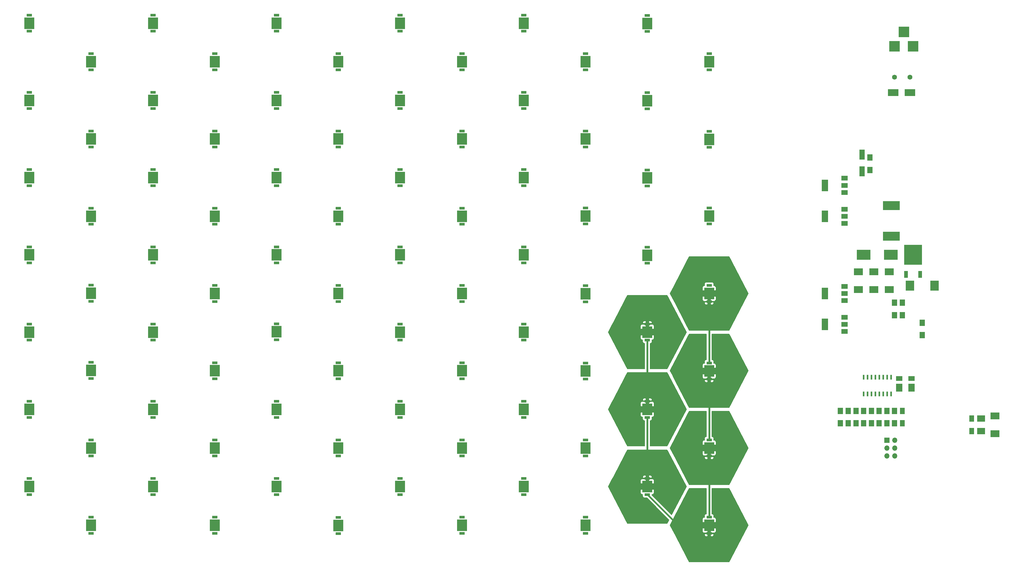
<source format=gbr>
G04 #@! TF.GenerationSoftware,KiCad,Pcbnew,(5.0.2)-1*
G04 #@! TF.CreationDate,2019-05-02T22:28:12+03:00*
G04 #@! TF.ProjectId,uv-lamp,75762d6c-616d-4702-9e6b-696361645f70,rev?*
G04 #@! TF.SameCoordinates,Original*
G04 #@! TF.FileFunction,Copper,L2,Bot*
G04 #@! TF.FilePolarity,Positive*
%FSLAX46Y46*%
G04 Gerber Fmt 4.6, Leading zero omitted, Abs format (unit mm)*
G04 Created by KiCad (PCBNEW (5.0.2)-1) date 02-May-19 22:28:12*
%MOMM*%
%LPD*%
G01*
G04 APERTURE LIST*
G04 #@! TA.AperFunction,SMDPad,CuDef*
%ADD10R,1.600000X2.000000*%
G04 #@! TD*
G04 #@! TA.AperFunction,SMDPad,CuDef*
%ADD11R,2.000000X1.600000*%
G04 #@! TD*
G04 #@! TA.AperFunction,SMDPad,CuDef*
%ADD12R,3.000000X2.200000*%
G04 #@! TD*
G04 #@! TA.AperFunction,SMDPad,CuDef*
%ADD13R,2.000000X2.500000*%
G04 #@! TD*
G04 #@! TA.AperFunction,SMDPad,CuDef*
%ADD14R,2.500000X2.000000*%
G04 #@! TD*
G04 #@! TA.AperFunction,SMDPad,CuDef*
%ADD15R,3.500000X2.300000*%
G04 #@! TD*
G04 #@! TA.AperFunction,SMDPad,CuDef*
%ADD16R,1.700000X3.300000*%
G04 #@! TD*
G04 #@! TA.AperFunction,SMDPad,CuDef*
%ADD17R,4.500000X3.300000*%
G04 #@! TD*
G04 #@! TA.AperFunction,SMDPad,CuDef*
%ADD18R,1.800000X0.900000*%
G04 #@! TD*
G04 #@! TA.AperFunction,Conductor*
%ADD19R,3.200000X3.800000*%
G04 #@! TD*
G04 #@! TA.AperFunction,ComponentPad*
%ADD20C,1.600000*%
G04 #@! TD*
G04 #@! TA.AperFunction,ComponentPad*
%ADD21O,1.700000X1.700000*%
G04 #@! TD*
G04 #@! TA.AperFunction,ComponentPad*
%ADD22R,1.700000X1.700000*%
G04 #@! TD*
G04 #@! TA.AperFunction,ComponentPad*
%ADD23R,3.500000X3.500000*%
G04 #@! TD*
G04 #@! TA.AperFunction,SMDPad,CuDef*
%ADD24R,5.400000X2.900000*%
G04 #@! TD*
G04 #@! TA.AperFunction,SMDPad,CuDef*
%ADD25R,2.000000X3.800000*%
G04 #@! TD*
G04 #@! TA.AperFunction,SMDPad,CuDef*
%ADD26R,2.000000X1.500000*%
G04 #@! TD*
G04 #@! TA.AperFunction,SMDPad,CuDef*
%ADD27R,2.750000X3.050000*%
G04 #@! TD*
G04 #@! TA.AperFunction,SMDPad,CuDef*
%ADD28R,5.800000X6.400000*%
G04 #@! TD*
G04 #@! TA.AperFunction,SMDPad,CuDef*
%ADD29R,1.200000X2.200000*%
G04 #@! TD*
G04 #@! TA.AperFunction,SMDPad,CuDef*
%ADD30R,1.700000X2.000000*%
G04 #@! TD*
G04 #@! TA.AperFunction,SMDPad,CuDef*
%ADD31R,2.700000X3.200000*%
G04 #@! TD*
G04 #@! TA.AperFunction,SMDPad,CuDef*
%ADD32R,0.600000X1.500000*%
G04 #@! TD*
G04 #@! TA.AperFunction,Conductor*
%ADD33C,0.600000*%
G04 #@! TD*
G04 #@! TA.AperFunction,Conductor*
%ADD34C,0.200000*%
G04 #@! TD*
G04 APERTURE END LIST*
D10*
G04 #@! TO.P,C1,2*
G04 #@! TO.N,GND*
X302500000Y-150500000D03*
G04 #@! TO.P,C1,1*
G04 #@! TO.N,Net-(C1-Pad1)*
X302500000Y-154500000D03*
G04 #@! TD*
D11*
G04 #@! TO.P,C2,2*
G04 #@! TO.N,GND*
X305500000Y-140000000D03*
G04 #@! TO.P,C2,1*
G04 #@! TO.N,/SMPS/VREG*
X301500000Y-140000000D03*
G04 #@! TD*
D10*
G04 #@! TO.P,C3,1*
G04 #@! TO.N,+12V*
X325000000Y-157000000D03*
G04 #@! TO.P,C3,2*
G04 #@! TO.N,GND*
X325000000Y-153000000D03*
G04 #@! TD*
D12*
G04 #@! TO.P,C4,1*
G04 #@! TO.N,/LED/A*
X293327878Y-105462084D03*
G04 #@! TO.P,C4,2*
G04 #@! TO.N,GND*
X293327878Y-111262084D03*
G04 #@! TD*
D13*
G04 #@! TO.P,C5,2*
G04 #@! TO.N,/SMPS/VREG*
X301500000Y-143000000D03*
G04 #@! TO.P,C5,1*
G04 #@! TO.N,GND*
X305500000Y-143000000D03*
G04 #@! TD*
D14*
G04 #@! TO.P,C6,1*
G04 #@! TO.N,+12V*
X328000000Y-157000000D03*
G04 #@! TO.P,C6,2*
G04 #@! TO.N,GND*
X328000000Y-153000000D03*
G04 #@! TD*
D12*
G04 #@! TO.P,C7,2*
G04 #@! TO.N,GND*
X298327878Y-111262084D03*
G04 #@! TO.P,C7,1*
G04 #@! TO.N,/LED/A*
X298327878Y-105462084D03*
G04 #@! TD*
G04 #@! TO.P,C8,2*
G04 #@! TO.N,GND*
X332500000Y-152100000D03*
G04 #@! TO.P,C8,1*
G04 #@! TO.N,+12V*
X332500000Y-157900000D03*
G04 #@! TD*
G04 #@! TO.P,C9,1*
G04 #@! TO.N,/LED/A*
X288327878Y-105462084D03*
G04 #@! TO.P,C9,2*
G04 #@! TO.N,GND*
X288327878Y-111262084D03*
G04 #@! TD*
D15*
G04 #@! TO.P,D1,2*
G04 #@! TO.N,GND*
X299600000Y-47500000D03*
G04 #@! TO.P,D1,1*
G04 #@! TO.N,+12V*
X305000000Y-47500000D03*
G04 #@! TD*
D16*
G04 #@! TO.P,D2,2*
G04 #@! TO.N,GND*
X289500000Y-67500000D03*
G04 #@! TO.P,D2,1*
G04 #@! TO.N,Net-(D2-Pad1)*
X289500000Y-73000000D03*
G04 #@! TD*
D17*
G04 #@! TO.P,D3,2*
G04 #@! TO.N,Net-(D3-Pad2)*
X298800000Y-100000000D03*
G04 #@! TO.P,D3,1*
G04 #@! TO.N,/LED/A*
X290000000Y-100000000D03*
G04 #@! TD*
D18*
G04 #@! TO.P,D4,1*
G04 #@! TO.N,Net-(D4-Pad1)*
X120000000Y-84900000D03*
G04 #@! TO.P,D4,2*
G04 #@! TO.N,/LED/A*
X120000000Y-90100000D03*
D19*
G04 #@! TD*
G04 #@! TO.N,/LED/A*
G04 #@! TO.C,D4*
X120000000Y-87500000D03*
D18*
G04 #@! TO.P,D5,1*
G04 #@! TO.N,Net-(D5-Pad1)*
X140000000Y-97400000D03*
G04 #@! TO.P,D5,2*
G04 #@! TO.N,/LED/A*
X140000000Y-102600000D03*
D19*
G04 #@! TD*
G04 #@! TO.N,/LED/A*
G04 #@! TO.C,D5*
X140000000Y-100000000D03*
G04 #@! TO.N,/LED/A*
G04 #@! TO.C,D6*
X140000000Y-125000000D03*
D18*
G04 #@! TD*
G04 #@! TO.P,D6,2*
G04 #@! TO.N,/LED/A*
X140000000Y-122400000D03*
G04 #@! TO.P,D6,1*
G04 #@! TO.N,Net-(D10-Pad2)*
X140000000Y-127600000D03*
G04 #@! TD*
G04 #@! TO.P,D7,1*
G04 #@! TO.N,Net-(D11-Pad2)*
X120000000Y-115100000D03*
G04 #@! TO.P,D7,2*
G04 #@! TO.N,/LED/A*
X120000000Y-109900000D03*
D19*
G04 #@! TD*
G04 #@! TO.N,/LED/A*
G04 #@! TO.C,D7*
X120000000Y-112500000D03*
G04 #@! TO.N,Net-(D4-Pad1)*
G04 #@! TO.C,D8*
X120000000Y-62500000D03*
D18*
G04 #@! TD*
G04 #@! TO.P,D8,2*
G04 #@! TO.N,Net-(D4-Pad1)*
X120000000Y-65100000D03*
G04 #@! TO.P,D8,1*
G04 #@! TO.N,Net-(D12-Pad2)*
X120000000Y-59900000D03*
G04 #@! TD*
D19*
G04 #@! TO.N,Net-(D5-Pad1)*
G04 #@! TO.C,D9*
X140000000Y-75000000D03*
D18*
G04 #@! TD*
G04 #@! TO.P,D9,2*
G04 #@! TO.N,Net-(D5-Pad1)*
X140000000Y-77600000D03*
G04 #@! TO.P,D9,1*
G04 #@! TO.N,Net-(D13-Pad2)*
X140000000Y-72400000D03*
G04 #@! TD*
G04 #@! TO.P,D10,1*
G04 #@! TO.N,Net-(D10-Pad1)*
X140000000Y-152600000D03*
G04 #@! TO.P,D10,2*
G04 #@! TO.N,Net-(D10-Pad2)*
X140000000Y-147400000D03*
D19*
G04 #@! TD*
G04 #@! TO.N,Net-(D10-Pad2)*
G04 #@! TO.C,D10*
X140000000Y-150000000D03*
G04 #@! TO.N,Net-(D11-Pad2)*
G04 #@! TO.C,D11*
X120000000Y-137500000D03*
D18*
G04 #@! TD*
G04 #@! TO.P,D11,2*
G04 #@! TO.N,Net-(D11-Pad2)*
X120000000Y-134900000D03*
G04 #@! TO.P,D11,1*
G04 #@! TO.N,Net-(D11-Pad1)*
X120000000Y-140100000D03*
G04 #@! TD*
G04 #@! TO.P,D12,1*
G04 #@! TO.N,Net-(D12-Pad1)*
X120000000Y-34900000D03*
G04 #@! TO.P,D12,2*
G04 #@! TO.N,Net-(D12-Pad2)*
X120000000Y-40100000D03*
D19*
G04 #@! TD*
G04 #@! TO.N,Net-(D12-Pad2)*
G04 #@! TO.C,D12*
X120000000Y-37500000D03*
G04 #@! TO.N,Net-(D13-Pad2)*
G04 #@! TO.C,D13*
X140000000Y-50000000D03*
D18*
G04 #@! TD*
G04 #@! TO.P,D13,2*
G04 #@! TO.N,Net-(D13-Pad2)*
X140000000Y-52600000D03*
G04 #@! TO.P,D13,1*
G04 #@! TO.N,Net-(D13-Pad1)*
X140000000Y-47400000D03*
G04 #@! TD*
D19*
G04 #@! TO.N,Net-(D10-Pad1)*
G04 #@! TO.C,D14*
X140000000Y-175000000D03*
D18*
G04 #@! TD*
G04 #@! TO.P,D14,2*
G04 #@! TO.N,Net-(D10-Pad1)*
X140000000Y-172400000D03*
G04 #@! TO.P,D14,1*
G04 #@! TO.N,Net-(D14-Pad1)*
X140000000Y-177600000D03*
G04 #@! TD*
G04 #@! TO.P,D15,1*
G04 #@! TO.N,Net-(D15-Pad1)*
X120000000Y-165100000D03*
G04 #@! TO.P,D15,2*
G04 #@! TO.N,Net-(D11-Pad1)*
X120000000Y-159900000D03*
D19*
G04 #@! TD*
G04 #@! TO.N,Net-(D11-Pad1)*
G04 #@! TO.C,D15*
X120000000Y-162500000D03*
G04 #@! TO.N,Net-(D12-Pad1)*
G04 #@! TO.C,D16*
X100000000Y-25000000D03*
D18*
G04 #@! TD*
G04 #@! TO.P,D16,2*
G04 #@! TO.N,Net-(D12-Pad1)*
X100000000Y-22400000D03*
G04 #@! TO.P,D16,1*
G04 #@! TO.N,Net-(D16-Pad1)*
X100000000Y-27600000D03*
G04 #@! TD*
D19*
G04 #@! TO.N,Net-(D13-Pad1)*
G04 #@! TO.C,D17*
X140000000Y-25000000D03*
D18*
G04 #@! TD*
G04 #@! TO.P,D17,2*
G04 #@! TO.N,Net-(D13-Pad1)*
X140000000Y-27600000D03*
G04 #@! TO.P,D17,1*
G04 #@! TO.N,Net-(D17-Pad1)*
X140000000Y-22400000D03*
G04 #@! TD*
G04 #@! TO.P,D18,1*
G04 #@! TO.N,Net-(D18-Pad1)*
X160000000Y-184900000D03*
G04 #@! TO.P,D18,2*
G04 #@! TO.N,Net-(D14-Pad1)*
X160000000Y-190100000D03*
D19*
G04 #@! TD*
G04 #@! TO.N,Net-(D14-Pad1)*
G04 #@! TO.C,D18*
X160000000Y-187500000D03*
G04 #@! TO.N,Net-(D15-Pad1)*
G04 #@! TO.C,D19*
X120000000Y-187600000D03*
D18*
G04 #@! TD*
G04 #@! TO.P,D19,2*
G04 #@! TO.N,Net-(D15-Pad1)*
X120000000Y-185000000D03*
G04 #@! TO.P,D19,1*
G04 #@! TO.N,Net-(D19-Pad1)*
X120000000Y-190200000D03*
G04 #@! TD*
G04 #@! TO.P,D20,1*
G04 #@! TO.N,Net-(D20-Pad1)*
X100000000Y-52600000D03*
G04 #@! TO.P,D20,2*
G04 #@! TO.N,Net-(D16-Pad1)*
X100000000Y-47400000D03*
D19*
G04 #@! TD*
G04 #@! TO.N,Net-(D16-Pad1)*
G04 #@! TO.C,D20*
X100000000Y-50000000D03*
D18*
G04 #@! TO.P,D21,1*
G04 #@! TO.N,Net-(D21-Pad1)*
X160000000Y-40100000D03*
G04 #@! TO.P,D21,2*
G04 #@! TO.N,Net-(D17-Pad1)*
X160000000Y-34900000D03*
D19*
G04 #@! TD*
G04 #@! TO.N,Net-(D17-Pad1)*
G04 #@! TO.C,D21*
X160000000Y-37500000D03*
G04 #@! TO.N,Net-(D18-Pad1)*
G04 #@! TO.C,D22*
X160000000Y-162500000D03*
D18*
G04 #@! TD*
G04 #@! TO.P,D22,2*
G04 #@! TO.N,Net-(D18-Pad1)*
X160000000Y-165100000D03*
G04 #@! TO.P,D22,1*
G04 #@! TO.N,Net-(D22-Pad1)*
X160000000Y-159900000D03*
G04 #@! TD*
G04 #@! TO.P,D23,1*
G04 #@! TO.N,Net-(D23-Pad1)*
X100000000Y-172400000D03*
G04 #@! TO.P,D23,2*
G04 #@! TO.N,Net-(D19-Pad1)*
X100000000Y-177600000D03*
D19*
G04 #@! TD*
G04 #@! TO.N,Net-(D19-Pad1)*
G04 #@! TO.C,D23*
X100000000Y-175000000D03*
G04 #@! TO.N,Net-(D20-Pad1)*
G04 #@! TO.C,D24*
X100000000Y-75000000D03*
D18*
G04 #@! TD*
G04 #@! TO.P,D24,2*
G04 #@! TO.N,Net-(D20-Pad1)*
X100000000Y-72400000D03*
G04 #@! TO.P,D24,1*
G04 #@! TO.N,Net-(D24-Pad1)*
X100000000Y-77600000D03*
G04 #@! TD*
D19*
G04 #@! TO.N,Net-(D21-Pad1)*
G04 #@! TO.C,D25*
X160000000Y-62500000D03*
D18*
G04 #@! TD*
G04 #@! TO.P,D25,2*
G04 #@! TO.N,Net-(D21-Pad1)*
X160000000Y-59900000D03*
G04 #@! TO.P,D25,1*
G04 #@! TO.N,Net-(D25-Pad1)*
X160000000Y-65100000D03*
G04 #@! TD*
G04 #@! TO.P,D26,1*
G04 #@! TO.N,Net-(D26-Pad1)*
X160000000Y-134900000D03*
G04 #@! TO.P,D26,2*
G04 #@! TO.N,Net-(D22-Pad1)*
X160000000Y-140100000D03*
D19*
G04 #@! TD*
G04 #@! TO.N,Net-(D22-Pad1)*
G04 #@! TO.C,D26*
X160000000Y-137500000D03*
G04 #@! TO.N,Net-(D23-Pad1)*
G04 #@! TO.C,D27*
X100000000Y-150000000D03*
D18*
G04 #@! TD*
G04 #@! TO.P,D27,2*
G04 #@! TO.N,Net-(D23-Pad1)*
X100000000Y-152600000D03*
G04 #@! TO.P,D27,1*
G04 #@! TO.N,Net-(D27-Pad1)*
X100000000Y-147400000D03*
G04 #@! TD*
G04 #@! TO.P,D28,1*
G04 #@! TO.N,Net-(D28-Pad1)*
X100000000Y-102600000D03*
G04 #@! TO.P,D28,2*
G04 #@! TO.N,Net-(D24-Pad1)*
X100000000Y-97400000D03*
D19*
G04 #@! TD*
G04 #@! TO.N,Net-(D24-Pad1)*
G04 #@! TO.C,D28*
X100000000Y-100000000D03*
D18*
G04 #@! TO.P,D29,1*
G04 #@! TO.N,Net-(D29-Pad1)*
X160000000Y-90100000D03*
G04 #@! TO.P,D29,2*
G04 #@! TO.N,Net-(D25-Pad1)*
X160000000Y-84900000D03*
D19*
G04 #@! TD*
G04 #@! TO.N,Net-(D25-Pad1)*
G04 #@! TO.C,D29*
X160000000Y-87500000D03*
G04 #@! TO.N,Net-(D26-Pad1)*
G04 #@! TO.C,D30*
X160000000Y-112500000D03*
D18*
G04 #@! TD*
G04 #@! TO.P,D30,2*
G04 #@! TO.N,Net-(D26-Pad1)*
X160000000Y-115100000D03*
G04 #@! TO.P,D30,1*
G04 #@! TO.N,Net-(D30-Pad1)*
X160000000Y-109900000D03*
G04 #@! TD*
G04 #@! TO.P,D31,1*
G04 #@! TO.N,Net-(D31-Pad1)*
X100000000Y-122300000D03*
G04 #@! TO.P,D31,2*
G04 #@! TO.N,Net-(D27-Pad1)*
X100000000Y-127500000D03*
D19*
G04 #@! TD*
G04 #@! TO.N,Net-(D27-Pad1)*
G04 #@! TO.C,D31*
X100000000Y-124900000D03*
G04 #@! TO.N,Net-(D28-Pad1)*
G04 #@! TO.C,D32*
X80000000Y-87500000D03*
D18*
G04 #@! TD*
G04 #@! TO.P,D32,2*
G04 #@! TO.N,Net-(D28-Pad1)*
X80000000Y-90100000D03*
G04 #@! TO.P,D32,1*
G04 #@! TO.N,Net-(D32-Pad1)*
X80000000Y-84900000D03*
G04 #@! TD*
D19*
G04 #@! TO.N,Net-(D29-Pad1)*
G04 #@! TO.C,D33*
X180000000Y-100000000D03*
D18*
G04 #@! TD*
G04 #@! TO.P,D33,2*
G04 #@! TO.N,Net-(D29-Pad1)*
X180000000Y-102600000D03*
G04 #@! TO.P,D33,1*
G04 #@! TO.N,Net-(D33-Pad1)*
X180000000Y-97400000D03*
G04 #@! TD*
G04 #@! TO.P,D34,1*
G04 #@! TO.N,Net-(D34-Pad1)*
X180000000Y-127600000D03*
G04 #@! TO.P,D34,2*
G04 #@! TO.N,Net-(D30-Pad1)*
X180000000Y-122400000D03*
D19*
G04 #@! TD*
G04 #@! TO.N,Net-(D30-Pad1)*
G04 #@! TO.C,D34*
X180000000Y-125000000D03*
G04 #@! TO.N,Net-(D31-Pad1)*
G04 #@! TO.C,D35*
X80000000Y-112500000D03*
D18*
G04 #@! TD*
G04 #@! TO.P,D35,2*
G04 #@! TO.N,Net-(D31-Pad1)*
X80000000Y-109900000D03*
G04 #@! TO.P,D35,1*
G04 #@! TO.N,Net-(D35-Pad1)*
X80000000Y-115100000D03*
G04 #@! TD*
G04 #@! TO.P,D36,1*
G04 #@! TO.N,Net-(D36-Pad1)*
X80000000Y-59900000D03*
G04 #@! TO.P,D36,2*
G04 #@! TO.N,Net-(D32-Pad1)*
X80000000Y-65100000D03*
D19*
G04 #@! TD*
G04 #@! TO.N,Net-(D32-Pad1)*
G04 #@! TO.C,D36*
X80000000Y-62500000D03*
D18*
G04 #@! TO.P,D37,1*
G04 #@! TO.N,Net-(D37-Pad1)*
X180000000Y-72400000D03*
G04 #@! TO.P,D37,2*
G04 #@! TO.N,Net-(D33-Pad1)*
X180000000Y-77600000D03*
D19*
G04 #@! TD*
G04 #@! TO.N,Net-(D33-Pad1)*
G04 #@! TO.C,D37*
X180000000Y-75000000D03*
D18*
G04 #@! TO.P,D38,1*
G04 #@! TO.N,Net-(D38-Pad1)*
X180000000Y-152600000D03*
G04 #@! TO.P,D38,2*
G04 #@! TO.N,Net-(D34-Pad1)*
X180000000Y-147400000D03*
D19*
G04 #@! TD*
G04 #@! TO.N,Net-(D34-Pad1)*
G04 #@! TO.C,D38*
X180000000Y-150000000D03*
D18*
G04 #@! TO.P,D39,1*
G04 #@! TO.N,Net-(D39-Pad1)*
X80000000Y-140100000D03*
G04 #@! TO.P,D39,2*
G04 #@! TO.N,Net-(D35-Pad1)*
X80000000Y-134900000D03*
D19*
G04 #@! TD*
G04 #@! TO.N,Net-(D35-Pad1)*
G04 #@! TO.C,D39*
X80000000Y-137500000D03*
G04 #@! TO.N,Net-(D36-Pad1)*
G04 #@! TO.C,D40*
X80000000Y-37500000D03*
D18*
G04 #@! TD*
G04 #@! TO.P,D40,2*
G04 #@! TO.N,Net-(D36-Pad1)*
X80000000Y-40100000D03*
G04 #@! TO.P,D40,1*
G04 #@! TO.N,Net-(D40-Pad1)*
X80000000Y-34900000D03*
G04 #@! TD*
D19*
G04 #@! TO.N,Net-(D37-Pad1)*
G04 #@! TO.C,D41*
X180000000Y-50000000D03*
D18*
G04 #@! TD*
G04 #@! TO.P,D41,2*
G04 #@! TO.N,Net-(D37-Pad1)*
X180000000Y-52600000D03*
G04 #@! TO.P,D41,1*
G04 #@! TO.N,Net-(D41-Pad1)*
X180000000Y-47400000D03*
G04 #@! TD*
G04 #@! TO.P,D42,1*
G04 #@! TO.N,Net-(D42-Pad1)*
X180000000Y-177600000D03*
G04 #@! TO.P,D42,2*
G04 #@! TO.N,Net-(D38-Pad1)*
X180000000Y-172400000D03*
D19*
G04 #@! TD*
G04 #@! TO.N,Net-(D38-Pad1)*
G04 #@! TO.C,D42*
X180000000Y-175000000D03*
G04 #@! TO.N,Net-(D39-Pad1)*
G04 #@! TO.C,D43*
X80000000Y-162500000D03*
D18*
G04 #@! TD*
G04 #@! TO.P,D43,2*
G04 #@! TO.N,Net-(D39-Pad1)*
X80000000Y-159900000D03*
G04 #@! TO.P,D43,1*
G04 #@! TO.N,Net-(D43-Pad1)*
X80000000Y-165100000D03*
G04 #@! TD*
G04 #@! TO.P,D44,1*
G04 #@! TO.N,Net-(D44-Pad1)*
X60000000Y-27600000D03*
G04 #@! TO.P,D44,2*
G04 #@! TO.N,Net-(D40-Pad1)*
X60000000Y-22400000D03*
D19*
G04 #@! TD*
G04 #@! TO.N,Net-(D40-Pad1)*
G04 #@! TO.C,D44*
X60000000Y-25000000D03*
D18*
G04 #@! TO.P,D45,1*
G04 #@! TO.N,Net-(D45-Pad1)*
X180000000Y-22400000D03*
G04 #@! TO.P,D45,2*
G04 #@! TO.N,Net-(D41-Pad1)*
X180000000Y-27600000D03*
D19*
G04 #@! TD*
G04 #@! TO.N,Net-(D41-Pad1)*
G04 #@! TO.C,D45*
X180000000Y-25000000D03*
G04 #@! TO.N,Net-(D42-Pad1)*
G04 #@! TO.C,D46*
X200000000Y-187500000D03*
D18*
G04 #@! TD*
G04 #@! TO.P,D46,2*
G04 #@! TO.N,Net-(D42-Pad1)*
X200000000Y-190100000D03*
G04 #@! TO.P,D46,1*
G04 #@! TO.N,Net-(D46-Pad1)*
X200000000Y-184900000D03*
G04 #@! TD*
G04 #@! TO.P,D47,1*
G04 #@! TO.N,Net-(D47-Pad1)*
X80000000Y-190100000D03*
G04 #@! TO.P,D47,2*
G04 #@! TO.N,Net-(D43-Pad1)*
X80000000Y-184900000D03*
D19*
G04 #@! TD*
G04 #@! TO.N,Net-(D43-Pad1)*
G04 #@! TO.C,D47*
X80000000Y-187500000D03*
G04 #@! TO.N,Net-(D44-Pad1)*
G04 #@! TO.C,D48*
X60000000Y-50000000D03*
D18*
G04 #@! TD*
G04 #@! TO.P,D48,2*
G04 #@! TO.N,Net-(D44-Pad1)*
X60000000Y-47400000D03*
G04 #@! TO.P,D48,1*
G04 #@! TO.N,Net-(D48-Pad1)*
X60000000Y-52600000D03*
G04 #@! TD*
D19*
G04 #@! TO.N,Net-(D45-Pad1)*
G04 #@! TO.C,D49*
X200000000Y-37500000D03*
D18*
G04 #@! TD*
G04 #@! TO.P,D49,2*
G04 #@! TO.N,Net-(D45-Pad1)*
X200000000Y-34900000D03*
G04 #@! TO.P,D49,1*
G04 #@! TO.N,Net-(D49-Pad1)*
X200000000Y-40100000D03*
G04 #@! TD*
G04 #@! TO.P,D50,1*
G04 #@! TO.N,Net-(D50-Pad1)*
X200000000Y-159900000D03*
G04 #@! TO.P,D50,2*
G04 #@! TO.N,Net-(D46-Pad1)*
X200000000Y-165100000D03*
D19*
G04 #@! TD*
G04 #@! TO.N,Net-(D46-Pad1)*
G04 #@! TO.C,D50*
X200000000Y-162500000D03*
G04 #@! TO.N,Net-(D47-Pad1)*
G04 #@! TO.C,D51*
X60000000Y-175000000D03*
D18*
G04 #@! TD*
G04 #@! TO.P,D51,2*
G04 #@! TO.N,Net-(D47-Pad1)*
X60000000Y-172400000D03*
G04 #@! TO.P,D51,1*
G04 #@! TO.N,Net-(D51-Pad1)*
X60000000Y-177600000D03*
G04 #@! TD*
G04 #@! TO.P,D52,1*
G04 #@! TO.N,Net-(D52-Pad1)*
X60000000Y-77600000D03*
G04 #@! TO.P,D52,2*
G04 #@! TO.N,Net-(D48-Pad1)*
X60000000Y-72400000D03*
D19*
G04 #@! TD*
G04 #@! TO.N,Net-(D48-Pad1)*
G04 #@! TO.C,D52*
X60000000Y-75000000D03*
D18*
G04 #@! TO.P,D53,1*
G04 #@! TO.N,Net-(D53-Pad1)*
X200000000Y-65100000D03*
G04 #@! TO.P,D53,2*
G04 #@! TO.N,Net-(D49-Pad1)*
X200000000Y-59900000D03*
D19*
G04 #@! TD*
G04 #@! TO.N,Net-(D49-Pad1)*
G04 #@! TO.C,D53*
X200000000Y-62500000D03*
G04 #@! TO.N,Net-(D50-Pad1)*
G04 #@! TO.C,D54*
X200000000Y-137600000D03*
D18*
G04 #@! TD*
G04 #@! TO.P,D54,2*
G04 #@! TO.N,Net-(D50-Pad1)*
X200000000Y-140200000D03*
G04 #@! TO.P,D54,1*
G04 #@! TO.N,Net-(D54-Pad1)*
X200000000Y-135000000D03*
G04 #@! TD*
G04 #@! TO.P,D55,1*
G04 #@! TO.N,Net-(D55-Pad1)*
X60000000Y-147400000D03*
G04 #@! TO.P,D55,2*
G04 #@! TO.N,Net-(D51-Pad1)*
X60000000Y-152600000D03*
D19*
G04 #@! TD*
G04 #@! TO.N,Net-(D51-Pad1)*
G04 #@! TO.C,D55*
X60000000Y-150000000D03*
G04 #@! TO.N,Net-(D52-Pad1)*
G04 #@! TO.C,D56*
X60000000Y-100000000D03*
D18*
G04 #@! TD*
G04 #@! TO.P,D56,2*
G04 #@! TO.N,Net-(D52-Pad1)*
X60000000Y-97400000D03*
G04 #@! TO.P,D56,1*
G04 #@! TO.N,Net-(D56-Pad1)*
X60000000Y-102600000D03*
G04 #@! TD*
D19*
G04 #@! TO.N,Net-(D53-Pad1)*
G04 #@! TO.C,D57*
X200000000Y-87400000D03*
D18*
G04 #@! TD*
G04 #@! TO.P,D57,2*
G04 #@! TO.N,Net-(D53-Pad1)*
X200000000Y-84800000D03*
G04 #@! TO.P,D57,1*
G04 #@! TO.N,Net-(D57-Pad1)*
X200000000Y-90000000D03*
G04 #@! TD*
G04 #@! TO.P,D58,1*
G04 #@! TO.N,Net-(D58-Pad1)*
X200000000Y-110000000D03*
G04 #@! TO.P,D58,2*
G04 #@! TO.N,Net-(D54-Pad1)*
X200000000Y-115200000D03*
D19*
G04 #@! TD*
G04 #@! TO.N,Net-(D54-Pad1)*
G04 #@! TO.C,D58*
X200000000Y-112600000D03*
G04 #@! TO.N,Net-(D55-Pad1)*
G04 #@! TO.C,D59*
X60000000Y-125000000D03*
D18*
G04 #@! TD*
G04 #@! TO.P,D59,2*
G04 #@! TO.N,Net-(D55-Pad1)*
X60000000Y-127600000D03*
G04 #@! TO.P,D59,1*
G04 #@! TO.N,Net-(D59-Pad1)*
X60000000Y-122400000D03*
G04 #@! TD*
G04 #@! TO.P,D60,1*
G04 #@! TO.N,Net-(D60-Pad1)*
X40000000Y-84900000D03*
G04 #@! TO.P,D60,2*
G04 #@! TO.N,Net-(D56-Pad1)*
X40000000Y-90100000D03*
D19*
G04 #@! TD*
G04 #@! TO.N,Net-(D56-Pad1)*
G04 #@! TO.C,D60*
X40000000Y-87500000D03*
D18*
G04 #@! TO.P,D61,1*
G04 #@! TO.N,Net-(D61-Pad1)*
X220000000Y-97500000D03*
G04 #@! TO.P,D61,2*
G04 #@! TO.N,Net-(D57-Pad1)*
X220000000Y-102700000D03*
D19*
G04 #@! TD*
G04 #@! TO.N,Net-(D57-Pad1)*
G04 #@! TO.C,D61*
X220000000Y-100100000D03*
G04 #@! TO.N,Net-(D58-Pad1)*
G04 #@! TO.C,D62*
X220000000Y-125000000D03*
D18*
G04 #@! TD*
G04 #@! TO.P,D62,2*
G04 #@! TO.N,Net-(D58-Pad1)*
X220000000Y-122400000D03*
G04 #@! TO.P,D62,1*
G04 #@! TO.N,Net-(D62-Pad1)*
X220000000Y-127600000D03*
G04 #@! TD*
D19*
G04 #@! TO.N,Net-(D59-Pad1)*
G04 #@! TO.C,D63*
X40000000Y-112400000D03*
D18*
G04 #@! TD*
G04 #@! TO.P,D63,2*
G04 #@! TO.N,Net-(D59-Pad1)*
X40000000Y-109800000D03*
G04 #@! TO.P,D63,1*
G04 #@! TO.N,Net-(D63-Pad1)*
X40000000Y-115000000D03*
G04 #@! TD*
D19*
G04 #@! TO.N,Net-(D60-Pad1)*
G04 #@! TO.C,D64*
X40000000Y-62500000D03*
D18*
G04 #@! TD*
G04 #@! TO.P,D64,2*
G04 #@! TO.N,Net-(D60-Pad1)*
X40000000Y-65100000D03*
G04 #@! TO.P,D64,1*
G04 #@! TO.N,Net-(D64-Pad1)*
X40000000Y-59900000D03*
G04 #@! TD*
D19*
G04 #@! TO.N,Net-(D61-Pad1)*
G04 #@! TO.C,D65*
X220000000Y-75100000D03*
D18*
G04 #@! TD*
G04 #@! TO.P,D65,2*
G04 #@! TO.N,Net-(D61-Pad1)*
X220000000Y-77700000D03*
G04 #@! TO.P,D65,1*
G04 #@! TO.N,Net-(D65-Pad1)*
X220000000Y-72500000D03*
G04 #@! TD*
G04 #@! TO.P,D66,1*
G04 #@! TO.N,Net-(D66-Pad1)*
X220000000Y-152600000D03*
G04 #@! TO.P,D66,2*
G04 #@! TO.N,Net-(D62-Pad1)*
X220000000Y-147400000D03*
D19*
G04 #@! TD*
G04 #@! TO.N,Net-(D62-Pad1)*
G04 #@! TO.C,D66*
X220000000Y-150000000D03*
G04 #@! TO.N,Net-(D63-Pad1)*
G04 #@! TO.C,D67*
X40000000Y-137400000D03*
D18*
G04 #@! TD*
G04 #@! TO.P,D67,2*
G04 #@! TO.N,Net-(D63-Pad1)*
X40000000Y-134800000D03*
G04 #@! TO.P,D67,1*
G04 #@! TO.N,Net-(D67-Pad1)*
X40000000Y-140000000D03*
G04 #@! TD*
G04 #@! TO.P,D68,1*
G04 #@! TO.N,Net-(D68-Pad1)*
X40000000Y-34900000D03*
G04 #@! TO.P,D68,2*
G04 #@! TO.N,Net-(D64-Pad1)*
X40000000Y-40100000D03*
D19*
G04 #@! TD*
G04 #@! TO.N,Net-(D64-Pad1)*
G04 #@! TO.C,D68*
X40000000Y-37500000D03*
D18*
G04 #@! TO.P,D69,1*
G04 #@! TO.N,Net-(D69-Pad1)*
X220000000Y-47500000D03*
G04 #@! TO.P,D69,2*
G04 #@! TO.N,Net-(D65-Pad1)*
X220000000Y-52700000D03*
D19*
G04 #@! TD*
G04 #@! TO.N,Net-(D65-Pad1)*
G04 #@! TO.C,D69*
X220000000Y-50100000D03*
G04 #@! TO.N,Net-(D66-Pad1)*
G04 #@! TO.C,D70*
X220000000Y-175000000D03*
D18*
G04 #@! TD*
G04 #@! TO.P,D70,2*
G04 #@! TO.N,Net-(D66-Pad1)*
X220000000Y-172400000D03*
G04 #@! TO.P,D70,1*
G04 #@! TO.N,Net-(D70-Pad1)*
X220000000Y-177600000D03*
G04 #@! TD*
G04 #@! TO.P,D71,1*
G04 #@! TO.N,Net-(D71-Pad1)*
X40000000Y-165100000D03*
G04 #@! TO.P,D71,2*
G04 #@! TO.N,Net-(D67-Pad1)*
X40000000Y-159900000D03*
D19*
G04 #@! TD*
G04 #@! TO.N,Net-(D67-Pad1)*
G04 #@! TO.C,D71*
X40000000Y-162500000D03*
G04 #@! TO.N,Net-(D68-Pad1)*
G04 #@! TO.C,D72*
X20000000Y-25000000D03*
D18*
G04 #@! TD*
G04 #@! TO.P,D72,2*
G04 #@! TO.N,Net-(D68-Pad1)*
X20000000Y-22400000D03*
G04 #@! TO.P,D72,1*
G04 #@! TO.N,Net-(D72-Pad1)*
X20000000Y-27600000D03*
G04 #@! TD*
G04 #@! TO.P,D73,1*
G04 #@! TO.N,Net-(D73-Pad1)*
X220000000Y-22500000D03*
G04 #@! TO.P,D73,2*
G04 #@! TO.N,Net-(D69-Pad1)*
X220000000Y-27700000D03*
D19*
G04 #@! TD*
G04 #@! TO.N,Net-(D69-Pad1)*
G04 #@! TO.C,D73*
X220000000Y-25100000D03*
D18*
G04 #@! TO.P,D74,1*
G04 #@! TO.N,Net-(D74-Pad1)*
X240000000Y-184900000D03*
G04 #@! TO.P,D74,2*
G04 #@! TO.N,Net-(D70-Pad1)*
X240000000Y-190100000D03*
D19*
G04 #@! TD*
G04 #@! TO.N,Net-(D70-Pad1)*
G04 #@! TO.C,D74*
X240000000Y-187500000D03*
G04 #@! TO.N,Net-(D71-Pad1)*
G04 #@! TO.C,D75*
X40000000Y-187500000D03*
D18*
G04 #@! TD*
G04 #@! TO.P,D75,2*
G04 #@! TO.N,Net-(D71-Pad1)*
X40000000Y-184900000D03*
G04 #@! TO.P,D75,1*
G04 #@! TO.N,Net-(D75-Pad1)*
X40000000Y-190100000D03*
G04 #@! TD*
G04 #@! TO.P,D76,1*
G04 #@! TO.N,Net-(D76-Pad1)*
X20000000Y-52600000D03*
G04 #@! TO.P,D76,2*
G04 #@! TO.N,Net-(D72-Pad1)*
X20000000Y-47400000D03*
D19*
G04 #@! TD*
G04 #@! TO.N,Net-(D72-Pad1)*
G04 #@! TO.C,D76*
X20000000Y-50000000D03*
G04 #@! TO.N,Net-(D73-Pad1)*
G04 #@! TO.C,D77*
X240000000Y-37500000D03*
D18*
G04 #@! TD*
G04 #@! TO.P,D77,2*
G04 #@! TO.N,Net-(D73-Pad1)*
X240000000Y-34900000D03*
G04 #@! TO.P,D77,1*
G04 #@! TO.N,Net-(D77-Pad1)*
X240000000Y-40100000D03*
G04 #@! TD*
D19*
G04 #@! TO.N,Net-(D74-Pad1)*
G04 #@! TO.C,D78*
X240000000Y-162500000D03*
D18*
G04 #@! TD*
G04 #@! TO.P,D78,2*
G04 #@! TO.N,Net-(D74-Pad1)*
X240000000Y-165100000D03*
G04 #@! TO.P,D78,1*
G04 #@! TO.N,Net-(D78-Pad1)*
X240000000Y-159900000D03*
G04 #@! TD*
G04 #@! TO.P,D79,1*
G04 #@! TO.N,Net-(D79-Pad1)*
X20000000Y-172400000D03*
G04 #@! TO.P,D79,2*
G04 #@! TO.N,Net-(D75-Pad1)*
X20000000Y-177600000D03*
D19*
G04 #@! TD*
G04 #@! TO.N,Net-(D75-Pad1)*
G04 #@! TO.C,D79*
X20000000Y-175000000D03*
G04 #@! TO.N,Net-(D76-Pad1)*
G04 #@! TO.C,D80*
X20000000Y-75000000D03*
D18*
G04 #@! TD*
G04 #@! TO.P,D80,2*
G04 #@! TO.N,Net-(D76-Pad1)*
X20000000Y-72400000D03*
G04 #@! TO.P,D80,1*
G04 #@! TO.N,Net-(D80-Pad1)*
X20000000Y-77600000D03*
G04 #@! TD*
G04 #@! TO.P,D81,1*
G04 #@! TO.N,Net-(D81-Pad1)*
X240000000Y-60000000D03*
G04 #@! TO.P,D81,2*
G04 #@! TO.N,Net-(D77-Pad1)*
X240000000Y-65200000D03*
D19*
G04 #@! TD*
G04 #@! TO.N,Net-(D77-Pad1)*
G04 #@! TO.C,D81*
X240000000Y-62600000D03*
D18*
G04 #@! TO.P,D82,1*
G04 #@! TO.N,Net-(D82-Pad1)*
X240000000Y-135000000D03*
G04 #@! TO.P,D82,2*
G04 #@! TO.N,Net-(D78-Pad1)*
X240000000Y-140200000D03*
D19*
G04 #@! TD*
G04 #@! TO.N,Net-(D78-Pad1)*
G04 #@! TO.C,D82*
X240000000Y-137600000D03*
G04 #@! TO.N,Net-(D79-Pad1)*
G04 #@! TO.C,D83*
X20000000Y-150000000D03*
D18*
G04 #@! TD*
G04 #@! TO.P,D83,2*
G04 #@! TO.N,Net-(D79-Pad1)*
X20000000Y-152600000D03*
G04 #@! TO.P,D83,1*
G04 #@! TO.N,Net-(D83-Pad1)*
X20000000Y-147400000D03*
G04 #@! TD*
G04 #@! TO.P,D84,1*
G04 #@! TO.N,/LED/C1*
X20000000Y-102600000D03*
G04 #@! TO.P,D84,2*
G04 #@! TO.N,Net-(D80-Pad1)*
X20000000Y-97400000D03*
D19*
G04 #@! TD*
G04 #@! TO.N,Net-(D80-Pad1)*
G04 #@! TO.C,D84*
X20000000Y-100000000D03*
G04 #@! TO.N,Net-(D81-Pad1)*
G04 #@! TO.C,D85*
X240000000Y-87400000D03*
D18*
G04 #@! TD*
G04 #@! TO.P,D85,2*
G04 #@! TO.N,Net-(D81-Pad1)*
X240000000Y-84800000D03*
G04 #@! TO.P,D85,1*
G04 #@! TO.N,/LED/C2*
X240000000Y-90000000D03*
G04 #@! TD*
D19*
G04 #@! TO.N,Net-(D82-Pad1)*
G04 #@! TO.C,D86*
X240000000Y-112500000D03*
D18*
G04 #@! TD*
G04 #@! TO.P,D86,2*
G04 #@! TO.N,Net-(D82-Pad1)*
X240000000Y-115100000D03*
G04 #@! TO.P,D86,1*
G04 #@! TO.N,/LED/C3*
X240000000Y-109900000D03*
G04 #@! TD*
G04 #@! TO.P,D87,1*
G04 #@! TO.N,/LED/C4*
X20000000Y-122400000D03*
G04 #@! TO.P,D87,2*
G04 #@! TO.N,Net-(D83-Pad1)*
X20000000Y-127600000D03*
D19*
G04 #@! TD*
G04 #@! TO.N,Net-(D83-Pad1)*
G04 #@! TO.C,D87*
X20000000Y-125000000D03*
D20*
G04 #@! TO.P,F1,2*
G04 #@! TO.N,Net-(F1-Pad2)*
X300000000Y-42500000D03*
G04 #@! TO.P,F1,1*
G04 #@! TO.N,+12V*
X305000000Y-42500000D03*
G04 #@! TD*
D21*
G04 #@! TO.P,J1,6*
G04 #@! TO.N,GND*
X300040000Y-165080000D03*
G04 #@! TO.P,J1,5*
G04 #@! TO.N,/SMPS/DIM*
X297500000Y-165080000D03*
G04 #@! TO.P,J1,4*
G04 #@! TO.N,GND*
X300040000Y-162540000D03*
G04 #@! TO.P,J1,3*
G04 #@! TO.N,/SMPS/EN*
X297500000Y-162540000D03*
G04 #@! TO.P,J1,2*
G04 #@! TO.N,GND*
X300040000Y-160000000D03*
D22*
G04 #@! TO.P,J1,1*
G04 #@! TO.N,+12V*
X297500000Y-160000000D03*
G04 #@! TD*
D23*
G04 #@! TO.P,J2,3*
G04 #@! TO.N,GND*
X303000000Y-27800000D03*
G04 #@! TO.P,J2,2*
X306000000Y-32500000D03*
G04 #@! TO.P,J2,1*
G04 #@! TO.N,Net-(F1-Pad2)*
X300000000Y-32500000D03*
G04 #@! TD*
D24*
G04 #@! TO.P,L1,2*
G04 #@! TO.N,Net-(D3-Pad2)*
X299000000Y-93950000D03*
G04 #@! TO.P,L1,1*
G04 #@! TO.N,+12V*
X299000000Y-84050000D03*
G04 #@! TD*
D25*
G04 #@! TO.P,Q1,2*
G04 #@! TO.N,/LED/C4*
X277500000Y-122500000D03*
D26*
X283800000Y-122500000D03*
G04 #@! TO.P,Q1,3*
G04 #@! TO.N,Net-(Q1-Pad3)*
X283800000Y-124800000D03*
G04 #@! TO.P,Q1,1*
G04 #@! TO.N,Net-(D2-Pad1)*
X283800000Y-120200000D03*
G04 #@! TD*
G04 #@! TO.P,Q2,1*
G04 #@! TO.N,Net-(D2-Pad1)*
X283800000Y-110200000D03*
G04 #@! TO.P,Q2,3*
G04 #@! TO.N,Net-(Q2-Pad3)*
X283800000Y-114800000D03*
G04 #@! TO.P,Q2,2*
G04 #@! TO.N,/LED/C3*
X283800000Y-112500000D03*
D25*
X277500000Y-112500000D03*
G04 #@! TD*
D26*
G04 #@! TO.P,Q3,1*
G04 #@! TO.N,Net-(D2-Pad1)*
X283800000Y-85200000D03*
G04 #@! TO.P,Q3,3*
G04 #@! TO.N,Net-(Q3-Pad3)*
X283800000Y-89800000D03*
G04 #@! TO.P,Q3,2*
G04 #@! TO.N,/LED/C2*
X283800000Y-87500000D03*
D25*
X277500000Y-87500000D03*
G04 #@! TD*
G04 #@! TO.P,Q4,2*
G04 #@! TO.N,/LED/C1*
X277500000Y-77500000D03*
D26*
X283800000Y-77500000D03*
G04 #@! TO.P,Q4,3*
G04 #@! TO.N,Net-(Q4-Pad3)*
X283800000Y-79800000D03*
G04 #@! TO.P,Q4,1*
G04 #@! TO.N,Net-(D2-Pad1)*
X283800000Y-75200000D03*
G04 #@! TD*
D27*
G04 #@! TO.P,Q5,2*
G04 #@! TO.N,Net-(D3-Pad2)*
X304475000Y-101675000D03*
X307525000Y-98325000D03*
X307525000Y-101675000D03*
X304475000Y-98325000D03*
D28*
X306000000Y-100000000D03*
D29*
G04 #@! TO.P,Q5,3*
G04 #@! TO.N,Net-(Q5-Pad3)*
X303720000Y-106300000D03*
G04 #@! TO.P,Q5,1*
G04 #@! TO.N,Net-(Q5-Pad1)*
X308280000Y-106300000D03*
G04 #@! TD*
D30*
G04 #@! TO.P,R1,1*
G04 #@! TO.N,Net-(R1-Pad1)*
X295000000Y-150500000D03*
G04 #@! TO.P,R1,2*
G04 #@! TO.N,/SMPS/EN*
X295000000Y-154500000D03*
G04 #@! TD*
G04 #@! TO.P,R2,2*
G04 #@! TO.N,GND*
X297500000Y-154500000D03*
G04 #@! TO.P,R2,1*
G04 #@! TO.N,Net-(R1-Pad1)*
X297500000Y-150500000D03*
G04 #@! TD*
G04 #@! TO.P,R3,1*
G04 #@! TO.N,Net-(R3-Pad1)*
X287500000Y-150500000D03*
G04 #@! TO.P,R3,2*
G04 #@! TO.N,GND*
X287500000Y-154500000D03*
G04 #@! TD*
G04 #@! TO.P,R4,2*
G04 #@! TO.N,Net-(C1-Pad1)*
X300000000Y-154500000D03*
G04 #@! TO.P,R4,1*
G04 #@! TO.N,Net-(R4-Pad1)*
X300000000Y-150500000D03*
G04 #@! TD*
G04 #@! TO.P,R5,2*
G04 #@! TO.N,GND*
X282500000Y-154500000D03*
G04 #@! TO.P,R5,1*
G04 #@! TO.N,Net-(R5-Pad1)*
X282500000Y-150500000D03*
G04 #@! TD*
G04 #@! TO.P,R6,1*
G04 #@! TO.N,Net-(R6-Pad1)*
X292500000Y-150500000D03*
G04 #@! TO.P,R6,2*
G04 #@! TO.N,/SMPS/DIM*
X292500000Y-154500000D03*
G04 #@! TD*
G04 #@! TO.P,R7,2*
G04 #@! TO.N,GND*
X290000000Y-154500000D03*
G04 #@! TO.P,R7,1*
G04 #@! TO.N,Net-(R6-Pad1)*
X290000000Y-150500000D03*
G04 #@! TD*
G04 #@! TO.P,R8,1*
G04 #@! TO.N,+12V*
X309000000Y-122000000D03*
G04 #@! TO.P,R8,2*
G04 #@! TO.N,Net-(R8-Pad2)*
X309000000Y-126000000D03*
G04 #@! TD*
G04 #@! TO.P,R9,1*
G04 #@! TO.N,Net-(R9-Pad1)*
X285000000Y-150500000D03*
G04 #@! TO.P,R9,2*
G04 #@! TO.N,GND*
X285000000Y-154500000D03*
G04 #@! TD*
G04 #@! TO.P,R10,2*
G04 #@! TO.N,Net-(D2-Pad1)*
X292000000Y-72500000D03*
G04 #@! TO.P,R10,1*
G04 #@! TO.N,+12V*
X292000000Y-68500000D03*
G04 #@! TD*
G04 #@! TO.P,R11,1*
G04 #@! TO.N,Net-(R11-Pad1)*
X300000000Y-119500000D03*
G04 #@! TO.P,R11,2*
G04 #@! TO.N,GND*
X300000000Y-115500000D03*
G04 #@! TD*
G04 #@! TO.P,R12,2*
G04 #@! TO.N,Net-(R11-Pad1)*
X302500000Y-119500000D03*
G04 #@! TO.P,R12,1*
G04 #@! TO.N,/LED/A*
X302500000Y-115500000D03*
G04 #@! TD*
D31*
G04 #@! TO.P,R13,2*
G04 #@! TO.N,GND*
X312900000Y-110000000D03*
G04 #@! TO.P,R13,1*
G04 #@! TO.N,Net-(Q5-Pad3)*
X305000000Y-110000000D03*
G04 #@! TD*
D32*
G04 #@! TO.P,U1,16*
G04 #@! TO.N,/SMPS/VREG*
X298850000Y-139600000D03*
G04 #@! TO.P,U1,15*
G04 #@! TO.N,Net-(R8-Pad2)*
X297580000Y-139600000D03*
G04 #@! TO.P,U1,14*
G04 #@! TO.N,Net-(Q5-Pad1)*
X296310000Y-139600000D03*
G04 #@! TO.P,U1,13*
G04 #@! TO.N,Net-(Q5-Pad3)*
X295040000Y-139600000D03*
G04 #@! TO.P,U1,12*
G04 #@! TO.N,Net-(R11-Pad1)*
X293770000Y-139600000D03*
G04 #@! TO.P,U1,11*
G04 #@! TO.N,Net-(Q4-Pad3)*
X292500000Y-139600000D03*
G04 #@! TO.P,U1,10*
G04 #@! TO.N,Net-(Q3-Pad3)*
X291230000Y-139600000D03*
G04 #@! TO.P,U1,9*
G04 #@! TO.N,Net-(Q2-Pad3)*
X289960000Y-139600000D03*
G04 #@! TO.P,U1,8*
G04 #@! TO.N,Net-(Q1-Pad3)*
X289960000Y-145000000D03*
G04 #@! TO.P,U1,7*
G04 #@! TO.N,Net-(R5-Pad1)*
X291230000Y-145000000D03*
G04 #@! TO.P,U1,6*
G04 #@! TO.N,Net-(R9-Pad1)*
X292500000Y-145000000D03*
G04 #@! TO.P,U1,5*
G04 #@! TO.N,Net-(R3-Pad1)*
X293770000Y-145000000D03*
G04 #@! TO.P,U1,4*
G04 #@! TO.N,GND*
X295040000Y-145000000D03*
G04 #@! TO.P,U1,3*
G04 #@! TO.N,Net-(R6-Pad1)*
X296310000Y-145000000D03*
G04 #@! TO.P,U1,2*
G04 #@! TO.N,Net-(R1-Pad1)*
X297580000Y-145000000D03*
G04 #@! TO.P,U1,1*
G04 #@! TO.N,Net-(R4-Pad1)*
X298850000Y-145000000D03*
G04 #@! TD*
D33*
G04 #@! TO.N,Net-(D62-Pad1)*
X220000000Y-150000000D02*
X220000000Y-127600000D01*
G04 #@! TO.N,Net-(D66-Pad1)*
X220000000Y-154400002D02*
X220000000Y-152600000D01*
X220000000Y-175000000D02*
X220000000Y-154400002D01*
G04 #@! TO.N,Net-(D70-Pad1)*
X220100000Y-177600000D02*
X220000000Y-177600000D01*
X240000000Y-187500000D02*
X230000000Y-187500000D01*
X230000000Y-187500000D02*
X220100000Y-177600000D01*
G04 #@! TO.N,Net-(D74-Pad1)*
X240000000Y-165100000D02*
X240000000Y-184900000D01*
G04 #@! TO.N,Net-(D78-Pad1)*
X240000000Y-137600000D02*
X240000000Y-159900000D01*
G04 #@! TO.N,Net-(D82-Pad1)*
X240000000Y-115100000D02*
X240000000Y-135000000D01*
G04 #@! TD*
D34*
G04 #@! TO.N,Net-(D82-Pad1)*
G36*
X252637250Y-112500000D02*
X246439333Y-124400000D01*
X233560667Y-124400000D01*
X228912230Y-115475000D01*
X238500000Y-115475000D01*
X238500000Y-115669348D01*
X238591345Y-115889873D01*
X238760128Y-116058656D01*
X238980653Y-116150000D01*
X239400000Y-116150000D01*
X239550000Y-116000000D01*
X239550000Y-115325000D01*
X240450000Y-115325000D01*
X240450000Y-116000000D01*
X240600000Y-116150000D01*
X241019347Y-116150000D01*
X241239872Y-116058656D01*
X241408655Y-115889873D01*
X241500000Y-115669348D01*
X241500000Y-115475000D01*
X241350000Y-115325000D01*
X240450000Y-115325000D01*
X239550000Y-115325000D01*
X238650000Y-115325000D01*
X238500000Y-115475000D01*
X228912230Y-115475000D01*
X227935667Y-113600000D01*
X237800000Y-113600000D01*
X237800000Y-114519348D01*
X237891345Y-114739873D01*
X238060128Y-114908656D01*
X238280653Y-115000000D01*
X239050000Y-115000000D01*
X239175000Y-114875000D01*
X239550000Y-114875000D01*
X239550000Y-114200000D01*
X240450000Y-114200000D01*
X240450000Y-114875000D01*
X240825000Y-114875000D01*
X240950000Y-115000000D01*
X241719347Y-115000000D01*
X241939872Y-114908656D01*
X242108655Y-114739873D01*
X242200000Y-114519348D01*
X242200000Y-113600000D01*
X242050000Y-113450000D01*
X240800000Y-113450000D01*
X240800000Y-114050000D01*
X240600000Y-114050000D01*
X240450000Y-114200000D01*
X239550000Y-114200000D01*
X239400000Y-114050000D01*
X239200000Y-114050000D01*
X239200000Y-113450000D01*
X237950000Y-113450000D01*
X237800000Y-113600000D01*
X227935667Y-113600000D01*
X227362750Y-112500000D01*
X228414493Y-110480652D01*
X237800000Y-110480652D01*
X237800000Y-111400000D01*
X237950000Y-111550000D01*
X239200000Y-111550000D01*
X239200000Y-111080000D01*
X240800000Y-111080000D01*
X240800000Y-111550000D01*
X242050000Y-111550000D01*
X242200000Y-111400000D01*
X242200000Y-110480652D01*
X242108655Y-110260127D01*
X241939872Y-110091344D01*
X241719347Y-110000000D01*
X241511754Y-110000000D01*
X241511754Y-109450000D01*
X241465187Y-109215892D01*
X241332575Y-109017425D01*
X241134108Y-108884813D01*
X240900000Y-108838246D01*
X239100000Y-108838246D01*
X238865892Y-108884813D01*
X238667425Y-109017425D01*
X238534813Y-109215892D01*
X238488246Y-109450000D01*
X238488246Y-110000000D01*
X238280653Y-110000000D01*
X238060128Y-110091344D01*
X237891345Y-110260127D01*
X237800000Y-110480652D01*
X228414493Y-110480652D01*
X233560667Y-100600000D01*
X246439333Y-100600000D01*
X252637250Y-112500000D01*
X252637250Y-112500000D01*
G37*
X252637250Y-112500000D02*
X246439333Y-124400000D01*
X233560667Y-124400000D01*
X228912230Y-115475000D01*
X238500000Y-115475000D01*
X238500000Y-115669348D01*
X238591345Y-115889873D01*
X238760128Y-116058656D01*
X238980653Y-116150000D01*
X239400000Y-116150000D01*
X239550000Y-116000000D01*
X239550000Y-115325000D01*
X240450000Y-115325000D01*
X240450000Y-116000000D01*
X240600000Y-116150000D01*
X241019347Y-116150000D01*
X241239872Y-116058656D01*
X241408655Y-115889873D01*
X241500000Y-115669348D01*
X241500000Y-115475000D01*
X241350000Y-115325000D01*
X240450000Y-115325000D01*
X239550000Y-115325000D01*
X238650000Y-115325000D01*
X238500000Y-115475000D01*
X228912230Y-115475000D01*
X227935667Y-113600000D01*
X237800000Y-113600000D01*
X237800000Y-114519348D01*
X237891345Y-114739873D01*
X238060128Y-114908656D01*
X238280653Y-115000000D01*
X239050000Y-115000000D01*
X239175000Y-114875000D01*
X239550000Y-114875000D01*
X239550000Y-114200000D01*
X240450000Y-114200000D01*
X240450000Y-114875000D01*
X240825000Y-114875000D01*
X240950000Y-115000000D01*
X241719347Y-115000000D01*
X241939872Y-114908656D01*
X242108655Y-114739873D01*
X242200000Y-114519348D01*
X242200000Y-113600000D01*
X242050000Y-113450000D01*
X240800000Y-113450000D01*
X240800000Y-114050000D01*
X240600000Y-114050000D01*
X240450000Y-114200000D01*
X239550000Y-114200000D01*
X239400000Y-114050000D01*
X239200000Y-114050000D01*
X239200000Y-113450000D01*
X237950000Y-113450000D01*
X237800000Y-113600000D01*
X227935667Y-113600000D01*
X227362750Y-112500000D01*
X228414493Y-110480652D01*
X237800000Y-110480652D01*
X237800000Y-111400000D01*
X237950000Y-111550000D01*
X239200000Y-111550000D01*
X239200000Y-111080000D01*
X240800000Y-111080000D01*
X240800000Y-111550000D01*
X242050000Y-111550000D01*
X242200000Y-111400000D01*
X242200000Y-110480652D01*
X242108655Y-110260127D01*
X241939872Y-110091344D01*
X241719347Y-110000000D01*
X241511754Y-110000000D01*
X241511754Y-109450000D01*
X241465187Y-109215892D01*
X241332575Y-109017425D01*
X241134108Y-108884813D01*
X240900000Y-108838246D01*
X239100000Y-108838246D01*
X238865892Y-108884813D01*
X238667425Y-109017425D01*
X238534813Y-109215892D01*
X238488246Y-109450000D01*
X238488246Y-110000000D01*
X238280653Y-110000000D01*
X238060128Y-110091344D01*
X237891345Y-110260127D01*
X237800000Y-110480652D01*
X228414493Y-110480652D01*
X233560667Y-100600000D01*
X246439333Y-100600000D01*
X252637250Y-112500000D01*
G04 #@! TO.N,Net-(D78-Pad1)*
G36*
X239100001Y-133938246D02*
X239100000Y-133938246D01*
X238865892Y-133984813D01*
X238667425Y-134117425D01*
X238534813Y-134315892D01*
X238488246Y-134550000D01*
X238488246Y-135100000D01*
X238280653Y-135100000D01*
X238060128Y-135191344D01*
X237891345Y-135360127D01*
X237800000Y-135580652D01*
X237800000Y-136500000D01*
X237950000Y-136650000D01*
X239200000Y-136650000D01*
X239200000Y-136180000D01*
X240800000Y-136180000D01*
X240800000Y-136650000D01*
X242050000Y-136650000D01*
X242200000Y-136500000D01*
X242200000Y-135580652D01*
X242108655Y-135360127D01*
X241939872Y-135191344D01*
X241719347Y-135100000D01*
X241511754Y-135100000D01*
X241511754Y-134550000D01*
X241465187Y-134315892D01*
X241332575Y-134117425D01*
X241134108Y-133984813D01*
X240900000Y-133938246D01*
X240900000Y-125600000D01*
X246439333Y-125600000D01*
X252637250Y-137500000D01*
X246439333Y-149400000D01*
X233560667Y-149400000D01*
X228964314Y-140575000D01*
X238500000Y-140575000D01*
X238500000Y-140769348D01*
X238591345Y-140989873D01*
X238760128Y-141158656D01*
X238980653Y-141250000D01*
X239400000Y-141250000D01*
X239550000Y-141100000D01*
X239550000Y-140425000D01*
X240450000Y-140425000D01*
X240450000Y-141100000D01*
X240600000Y-141250000D01*
X241019347Y-141250000D01*
X241239872Y-141158656D01*
X241408655Y-140989873D01*
X241500000Y-140769348D01*
X241500000Y-140575000D01*
X241350000Y-140425000D01*
X240450000Y-140425000D01*
X239550000Y-140425000D01*
X238650000Y-140425000D01*
X238500000Y-140575000D01*
X228964314Y-140575000D01*
X227987751Y-138700000D01*
X237800000Y-138700000D01*
X237800000Y-139619348D01*
X237891345Y-139839873D01*
X238060128Y-140008656D01*
X238280653Y-140100000D01*
X239050000Y-140100000D01*
X239175000Y-139975000D01*
X239550000Y-139975000D01*
X239550000Y-139300000D01*
X240450000Y-139300000D01*
X240450000Y-139975000D01*
X240825000Y-139975000D01*
X240950000Y-140100000D01*
X241719347Y-140100000D01*
X241939872Y-140008656D01*
X242108655Y-139839873D01*
X242200000Y-139619348D01*
X242200000Y-138700000D01*
X242050000Y-138550000D01*
X240800000Y-138550000D01*
X240800000Y-139150000D01*
X240600000Y-139150000D01*
X240450000Y-139300000D01*
X239550000Y-139300000D01*
X239400000Y-139150000D01*
X239200000Y-139150000D01*
X239200000Y-138550000D01*
X237950000Y-138550000D01*
X237800000Y-138700000D01*
X227987751Y-138700000D01*
X227362750Y-137500000D01*
X233560667Y-125600000D01*
X239100001Y-125600000D01*
X239100001Y-133938246D01*
X239100001Y-133938246D01*
G37*
X239100001Y-133938246D02*
X239100000Y-133938246D01*
X238865892Y-133984813D01*
X238667425Y-134117425D01*
X238534813Y-134315892D01*
X238488246Y-134550000D01*
X238488246Y-135100000D01*
X238280653Y-135100000D01*
X238060128Y-135191344D01*
X237891345Y-135360127D01*
X237800000Y-135580652D01*
X237800000Y-136500000D01*
X237950000Y-136650000D01*
X239200000Y-136650000D01*
X239200000Y-136180000D01*
X240800000Y-136180000D01*
X240800000Y-136650000D01*
X242050000Y-136650000D01*
X242200000Y-136500000D01*
X242200000Y-135580652D01*
X242108655Y-135360127D01*
X241939872Y-135191344D01*
X241719347Y-135100000D01*
X241511754Y-135100000D01*
X241511754Y-134550000D01*
X241465187Y-134315892D01*
X241332575Y-134117425D01*
X241134108Y-133984813D01*
X240900000Y-133938246D01*
X240900000Y-125600000D01*
X246439333Y-125600000D01*
X252637250Y-137500000D01*
X246439333Y-149400000D01*
X233560667Y-149400000D01*
X228964314Y-140575000D01*
X238500000Y-140575000D01*
X238500000Y-140769348D01*
X238591345Y-140989873D01*
X238760128Y-141158656D01*
X238980653Y-141250000D01*
X239400000Y-141250000D01*
X239550000Y-141100000D01*
X239550000Y-140425000D01*
X240450000Y-140425000D01*
X240450000Y-141100000D01*
X240600000Y-141250000D01*
X241019347Y-141250000D01*
X241239872Y-141158656D01*
X241408655Y-140989873D01*
X241500000Y-140769348D01*
X241500000Y-140575000D01*
X241350000Y-140425000D01*
X240450000Y-140425000D01*
X239550000Y-140425000D01*
X238650000Y-140425000D01*
X238500000Y-140575000D01*
X228964314Y-140575000D01*
X227987751Y-138700000D01*
X237800000Y-138700000D01*
X237800000Y-139619348D01*
X237891345Y-139839873D01*
X238060128Y-140008656D01*
X238280653Y-140100000D01*
X239050000Y-140100000D01*
X239175000Y-139975000D01*
X239550000Y-139975000D01*
X239550000Y-139300000D01*
X240450000Y-139300000D01*
X240450000Y-139975000D01*
X240825000Y-139975000D01*
X240950000Y-140100000D01*
X241719347Y-140100000D01*
X241939872Y-140008656D01*
X242108655Y-139839873D01*
X242200000Y-139619348D01*
X242200000Y-138700000D01*
X242050000Y-138550000D01*
X240800000Y-138550000D01*
X240800000Y-139150000D01*
X240600000Y-139150000D01*
X240450000Y-139300000D01*
X239550000Y-139300000D01*
X239400000Y-139150000D01*
X239200000Y-139150000D01*
X239200000Y-138550000D01*
X237950000Y-138550000D01*
X237800000Y-138700000D01*
X227987751Y-138700000D01*
X227362750Y-137500000D01*
X233560667Y-125600000D01*
X239100001Y-125600000D01*
X239100001Y-133938246D01*
G04 #@! TO.N,Net-(D58-Pad1)*
G36*
X232637250Y-125000000D02*
X226439333Y-136900000D01*
X220900000Y-136900000D01*
X220900000Y-128661754D01*
X221134108Y-128615187D01*
X221332575Y-128482575D01*
X221465187Y-128284108D01*
X221511754Y-128050000D01*
X221511754Y-127500000D01*
X221719347Y-127500000D01*
X221939872Y-127408656D01*
X222108655Y-127239873D01*
X222200000Y-127019348D01*
X222200000Y-126100000D01*
X222050000Y-125950000D01*
X220800000Y-125950000D01*
X220800000Y-126420000D01*
X219200000Y-126420000D01*
X219200000Y-125950000D01*
X217950000Y-125950000D01*
X217800000Y-126100000D01*
X217800000Y-127019348D01*
X217891345Y-127239873D01*
X218060128Y-127408656D01*
X218280653Y-127500000D01*
X218488246Y-127500000D01*
X218488246Y-128050000D01*
X218534813Y-128284108D01*
X218667425Y-128482575D01*
X218865892Y-128615187D01*
X219100000Y-128661754D01*
X219100001Y-128661754D01*
X219100001Y-136900000D01*
X213560667Y-136900000D01*
X207362750Y-125000000D01*
X208414493Y-122980652D01*
X217800000Y-122980652D01*
X217800000Y-123900000D01*
X217950000Y-124050000D01*
X219200000Y-124050000D01*
X219200000Y-123450000D01*
X219400000Y-123450000D01*
X219550000Y-123300000D01*
X219550000Y-122625000D01*
X220450000Y-122625000D01*
X220450000Y-123300000D01*
X220600000Y-123450000D01*
X220800000Y-123450000D01*
X220800000Y-124050000D01*
X222050000Y-124050000D01*
X222200000Y-123900000D01*
X222200000Y-122980652D01*
X222108655Y-122760127D01*
X221939872Y-122591344D01*
X221719347Y-122500000D01*
X220950000Y-122500000D01*
X220825000Y-122625000D01*
X220450000Y-122625000D01*
X219550000Y-122625000D01*
X219175000Y-122625000D01*
X219050000Y-122500000D01*
X218280653Y-122500000D01*
X218060128Y-122591344D01*
X217891345Y-122760127D01*
X217800000Y-122980652D01*
X208414493Y-122980652D01*
X209013451Y-121830652D01*
X218500000Y-121830652D01*
X218500000Y-122025000D01*
X218650000Y-122175000D01*
X219550000Y-122175000D01*
X219550000Y-121500000D01*
X220450000Y-121500000D01*
X220450000Y-122175000D01*
X221350000Y-122175000D01*
X221500000Y-122025000D01*
X221500000Y-121830652D01*
X221408655Y-121610127D01*
X221239872Y-121441344D01*
X221019347Y-121350000D01*
X220600000Y-121350000D01*
X220450000Y-121500000D01*
X219550000Y-121500000D01*
X219400000Y-121350000D01*
X218980653Y-121350000D01*
X218760128Y-121441344D01*
X218591345Y-121610127D01*
X218500000Y-121830652D01*
X209013451Y-121830652D01*
X213560667Y-113100000D01*
X226439333Y-113100000D01*
X232637250Y-125000000D01*
X232637250Y-125000000D01*
G37*
X232637250Y-125000000D02*
X226439333Y-136900000D01*
X220900000Y-136900000D01*
X220900000Y-128661754D01*
X221134108Y-128615187D01*
X221332575Y-128482575D01*
X221465187Y-128284108D01*
X221511754Y-128050000D01*
X221511754Y-127500000D01*
X221719347Y-127500000D01*
X221939872Y-127408656D01*
X222108655Y-127239873D01*
X222200000Y-127019348D01*
X222200000Y-126100000D01*
X222050000Y-125950000D01*
X220800000Y-125950000D01*
X220800000Y-126420000D01*
X219200000Y-126420000D01*
X219200000Y-125950000D01*
X217950000Y-125950000D01*
X217800000Y-126100000D01*
X217800000Y-127019348D01*
X217891345Y-127239873D01*
X218060128Y-127408656D01*
X218280653Y-127500000D01*
X218488246Y-127500000D01*
X218488246Y-128050000D01*
X218534813Y-128284108D01*
X218667425Y-128482575D01*
X218865892Y-128615187D01*
X219100000Y-128661754D01*
X219100001Y-128661754D01*
X219100001Y-136900000D01*
X213560667Y-136900000D01*
X207362750Y-125000000D01*
X208414493Y-122980652D01*
X217800000Y-122980652D01*
X217800000Y-123900000D01*
X217950000Y-124050000D01*
X219200000Y-124050000D01*
X219200000Y-123450000D01*
X219400000Y-123450000D01*
X219550000Y-123300000D01*
X219550000Y-122625000D01*
X220450000Y-122625000D01*
X220450000Y-123300000D01*
X220600000Y-123450000D01*
X220800000Y-123450000D01*
X220800000Y-124050000D01*
X222050000Y-124050000D01*
X222200000Y-123900000D01*
X222200000Y-122980652D01*
X222108655Y-122760127D01*
X221939872Y-122591344D01*
X221719347Y-122500000D01*
X220950000Y-122500000D01*
X220825000Y-122625000D01*
X220450000Y-122625000D01*
X219550000Y-122625000D01*
X219175000Y-122625000D01*
X219050000Y-122500000D01*
X218280653Y-122500000D01*
X218060128Y-122591344D01*
X217891345Y-122760127D01*
X217800000Y-122980652D01*
X208414493Y-122980652D01*
X209013451Y-121830652D01*
X218500000Y-121830652D01*
X218500000Y-122025000D01*
X218650000Y-122175000D01*
X219550000Y-122175000D01*
X219550000Y-121500000D01*
X220450000Y-121500000D01*
X220450000Y-122175000D01*
X221350000Y-122175000D01*
X221500000Y-122025000D01*
X221500000Y-121830652D01*
X221408655Y-121610127D01*
X221239872Y-121441344D01*
X221019347Y-121350000D01*
X220600000Y-121350000D01*
X220450000Y-121500000D01*
X219550000Y-121500000D01*
X219400000Y-121350000D01*
X218980653Y-121350000D01*
X218760128Y-121441344D01*
X218591345Y-121610127D01*
X218500000Y-121830652D01*
X209013451Y-121830652D01*
X213560667Y-113100000D01*
X226439333Y-113100000D01*
X232637250Y-125000000D01*
G04 #@! TO.N,Net-(D74-Pad1)*
G36*
X239100001Y-158838246D02*
X239100000Y-158838246D01*
X238865892Y-158884813D01*
X238667425Y-159017425D01*
X238534813Y-159215892D01*
X238488246Y-159450000D01*
X238488246Y-160000000D01*
X238280653Y-160000000D01*
X238060128Y-160091344D01*
X237891345Y-160260127D01*
X237800000Y-160480652D01*
X237800000Y-161400000D01*
X237950000Y-161550000D01*
X239200000Y-161550000D01*
X239200000Y-161080000D01*
X240800000Y-161080000D01*
X240800000Y-161550000D01*
X242050000Y-161550000D01*
X242200000Y-161400000D01*
X242200000Y-160480652D01*
X242108655Y-160260127D01*
X241939872Y-160091344D01*
X241719347Y-160000000D01*
X241511754Y-160000000D01*
X241511754Y-159450000D01*
X241465187Y-159215892D01*
X241332575Y-159017425D01*
X241134108Y-158884813D01*
X240900000Y-158838246D01*
X240900000Y-150600000D01*
X246439333Y-150600000D01*
X252637250Y-162500000D01*
X246439333Y-174400000D01*
X233560667Y-174400000D01*
X228912230Y-165475000D01*
X238500000Y-165475000D01*
X238500000Y-165669348D01*
X238591345Y-165889873D01*
X238760128Y-166058656D01*
X238980653Y-166150000D01*
X239400000Y-166150000D01*
X239550000Y-166000000D01*
X239550000Y-165325000D01*
X240450000Y-165325000D01*
X240450000Y-166000000D01*
X240600000Y-166150000D01*
X241019347Y-166150000D01*
X241239872Y-166058656D01*
X241408655Y-165889873D01*
X241500000Y-165669348D01*
X241500000Y-165475000D01*
X241350000Y-165325000D01*
X240450000Y-165325000D01*
X239550000Y-165325000D01*
X238650000Y-165325000D01*
X238500000Y-165475000D01*
X228912230Y-165475000D01*
X227935667Y-163600000D01*
X237800000Y-163600000D01*
X237800000Y-164519348D01*
X237891345Y-164739873D01*
X238060128Y-164908656D01*
X238280653Y-165000000D01*
X239050000Y-165000000D01*
X239175000Y-164875000D01*
X239550000Y-164875000D01*
X239550000Y-164200000D01*
X240450000Y-164200000D01*
X240450000Y-164875000D01*
X240825000Y-164875000D01*
X240950000Y-165000000D01*
X241719347Y-165000000D01*
X241939872Y-164908656D01*
X242108655Y-164739873D01*
X242200000Y-164519348D01*
X242200000Y-163600000D01*
X242050000Y-163450000D01*
X240800000Y-163450000D01*
X240800000Y-164050000D01*
X240600000Y-164050000D01*
X240450000Y-164200000D01*
X239550000Y-164200000D01*
X239400000Y-164050000D01*
X239200000Y-164050000D01*
X239200000Y-163450000D01*
X237950000Y-163450000D01*
X237800000Y-163600000D01*
X227935667Y-163600000D01*
X227362750Y-162500000D01*
X233560667Y-150600000D01*
X239100001Y-150600000D01*
X239100001Y-158838246D01*
X239100001Y-158838246D01*
G37*
X239100001Y-158838246D02*
X239100000Y-158838246D01*
X238865892Y-158884813D01*
X238667425Y-159017425D01*
X238534813Y-159215892D01*
X238488246Y-159450000D01*
X238488246Y-160000000D01*
X238280653Y-160000000D01*
X238060128Y-160091344D01*
X237891345Y-160260127D01*
X237800000Y-160480652D01*
X237800000Y-161400000D01*
X237950000Y-161550000D01*
X239200000Y-161550000D01*
X239200000Y-161080000D01*
X240800000Y-161080000D01*
X240800000Y-161550000D01*
X242050000Y-161550000D01*
X242200000Y-161400000D01*
X242200000Y-160480652D01*
X242108655Y-160260127D01*
X241939872Y-160091344D01*
X241719347Y-160000000D01*
X241511754Y-160000000D01*
X241511754Y-159450000D01*
X241465187Y-159215892D01*
X241332575Y-159017425D01*
X241134108Y-158884813D01*
X240900000Y-158838246D01*
X240900000Y-150600000D01*
X246439333Y-150600000D01*
X252637250Y-162500000D01*
X246439333Y-174400000D01*
X233560667Y-174400000D01*
X228912230Y-165475000D01*
X238500000Y-165475000D01*
X238500000Y-165669348D01*
X238591345Y-165889873D01*
X238760128Y-166058656D01*
X238980653Y-166150000D01*
X239400000Y-166150000D01*
X239550000Y-166000000D01*
X239550000Y-165325000D01*
X240450000Y-165325000D01*
X240450000Y-166000000D01*
X240600000Y-166150000D01*
X241019347Y-166150000D01*
X241239872Y-166058656D01*
X241408655Y-165889873D01*
X241500000Y-165669348D01*
X241500000Y-165475000D01*
X241350000Y-165325000D01*
X240450000Y-165325000D01*
X239550000Y-165325000D01*
X238650000Y-165325000D01*
X238500000Y-165475000D01*
X228912230Y-165475000D01*
X227935667Y-163600000D01*
X237800000Y-163600000D01*
X237800000Y-164519348D01*
X237891345Y-164739873D01*
X238060128Y-164908656D01*
X238280653Y-165000000D01*
X239050000Y-165000000D01*
X239175000Y-164875000D01*
X239550000Y-164875000D01*
X239550000Y-164200000D01*
X240450000Y-164200000D01*
X240450000Y-164875000D01*
X240825000Y-164875000D01*
X240950000Y-165000000D01*
X241719347Y-165000000D01*
X241939872Y-164908656D01*
X242108655Y-164739873D01*
X242200000Y-164519348D01*
X242200000Y-163600000D01*
X242050000Y-163450000D01*
X240800000Y-163450000D01*
X240800000Y-164050000D01*
X240600000Y-164050000D01*
X240450000Y-164200000D01*
X239550000Y-164200000D01*
X239400000Y-164050000D01*
X239200000Y-164050000D01*
X239200000Y-163450000D01*
X237950000Y-163450000D01*
X237800000Y-163600000D01*
X227935667Y-163600000D01*
X227362750Y-162500000D01*
X233560667Y-150600000D01*
X239100001Y-150600000D01*
X239100001Y-158838246D01*
G04 #@! TO.N,Net-(D62-Pad1)*
G36*
X232637250Y-150000000D02*
X226439333Y-161900000D01*
X220900000Y-161900000D01*
X220900000Y-153661754D01*
X221134108Y-153615187D01*
X221332575Y-153482575D01*
X221465187Y-153284108D01*
X221511754Y-153050000D01*
X221511754Y-152500000D01*
X221719347Y-152500000D01*
X221939872Y-152408656D01*
X222108655Y-152239873D01*
X222200000Y-152019348D01*
X222200000Y-151100000D01*
X222050000Y-150950000D01*
X220800000Y-150950000D01*
X220800000Y-151420000D01*
X219200000Y-151420000D01*
X219200000Y-150950000D01*
X217950000Y-150950000D01*
X217800000Y-151100000D01*
X217800000Y-152019348D01*
X217891345Y-152239873D01*
X218060128Y-152408656D01*
X218280653Y-152500000D01*
X218488246Y-152500000D01*
X218488246Y-153050000D01*
X218534813Y-153284108D01*
X218667425Y-153482575D01*
X218865892Y-153615187D01*
X219100000Y-153661754D01*
X219100000Y-154488643D01*
X219100001Y-154488648D01*
X219100001Y-161900000D01*
X213560667Y-161900000D01*
X207362750Y-150000000D01*
X208414493Y-147980652D01*
X217800000Y-147980652D01*
X217800000Y-148900000D01*
X217950000Y-149050000D01*
X219200000Y-149050000D01*
X219200000Y-148450000D01*
X219400000Y-148450000D01*
X219550000Y-148300000D01*
X219550000Y-147625000D01*
X220450000Y-147625000D01*
X220450000Y-148300000D01*
X220600000Y-148450000D01*
X220800000Y-148450000D01*
X220800000Y-149050000D01*
X222050000Y-149050000D01*
X222200000Y-148900000D01*
X222200000Y-147980652D01*
X222108655Y-147760127D01*
X221939872Y-147591344D01*
X221719347Y-147500000D01*
X220950000Y-147500000D01*
X220825000Y-147625000D01*
X220450000Y-147625000D01*
X219550000Y-147625000D01*
X219175000Y-147625000D01*
X219050000Y-147500000D01*
X218280653Y-147500000D01*
X218060128Y-147591344D01*
X217891345Y-147760127D01*
X217800000Y-147980652D01*
X208414493Y-147980652D01*
X209013451Y-146830652D01*
X218500000Y-146830652D01*
X218500000Y-147025000D01*
X218650000Y-147175000D01*
X219550000Y-147175000D01*
X219550000Y-146500000D01*
X220450000Y-146500000D01*
X220450000Y-147175000D01*
X221350000Y-147175000D01*
X221500000Y-147025000D01*
X221500000Y-146830652D01*
X221408655Y-146610127D01*
X221239872Y-146441344D01*
X221019347Y-146350000D01*
X220600000Y-146350000D01*
X220450000Y-146500000D01*
X219550000Y-146500000D01*
X219400000Y-146350000D01*
X218980653Y-146350000D01*
X218760128Y-146441344D01*
X218591345Y-146610127D01*
X218500000Y-146830652D01*
X209013451Y-146830652D01*
X213560667Y-138100000D01*
X226439333Y-138100000D01*
X232637250Y-150000000D01*
X232637250Y-150000000D01*
G37*
X232637250Y-150000000D02*
X226439333Y-161900000D01*
X220900000Y-161900000D01*
X220900000Y-153661754D01*
X221134108Y-153615187D01*
X221332575Y-153482575D01*
X221465187Y-153284108D01*
X221511754Y-153050000D01*
X221511754Y-152500000D01*
X221719347Y-152500000D01*
X221939872Y-152408656D01*
X222108655Y-152239873D01*
X222200000Y-152019348D01*
X222200000Y-151100000D01*
X222050000Y-150950000D01*
X220800000Y-150950000D01*
X220800000Y-151420000D01*
X219200000Y-151420000D01*
X219200000Y-150950000D01*
X217950000Y-150950000D01*
X217800000Y-151100000D01*
X217800000Y-152019348D01*
X217891345Y-152239873D01*
X218060128Y-152408656D01*
X218280653Y-152500000D01*
X218488246Y-152500000D01*
X218488246Y-153050000D01*
X218534813Y-153284108D01*
X218667425Y-153482575D01*
X218865892Y-153615187D01*
X219100000Y-153661754D01*
X219100000Y-154488643D01*
X219100001Y-154488648D01*
X219100001Y-161900000D01*
X213560667Y-161900000D01*
X207362750Y-150000000D01*
X208414493Y-147980652D01*
X217800000Y-147980652D01*
X217800000Y-148900000D01*
X217950000Y-149050000D01*
X219200000Y-149050000D01*
X219200000Y-148450000D01*
X219400000Y-148450000D01*
X219550000Y-148300000D01*
X219550000Y-147625000D01*
X220450000Y-147625000D01*
X220450000Y-148300000D01*
X220600000Y-148450000D01*
X220800000Y-148450000D01*
X220800000Y-149050000D01*
X222050000Y-149050000D01*
X222200000Y-148900000D01*
X222200000Y-147980652D01*
X222108655Y-147760127D01*
X221939872Y-147591344D01*
X221719347Y-147500000D01*
X220950000Y-147500000D01*
X220825000Y-147625000D01*
X220450000Y-147625000D01*
X219550000Y-147625000D01*
X219175000Y-147625000D01*
X219050000Y-147500000D01*
X218280653Y-147500000D01*
X218060128Y-147591344D01*
X217891345Y-147760127D01*
X217800000Y-147980652D01*
X208414493Y-147980652D01*
X209013451Y-146830652D01*
X218500000Y-146830652D01*
X218500000Y-147025000D01*
X218650000Y-147175000D01*
X219550000Y-147175000D01*
X219550000Y-146500000D01*
X220450000Y-146500000D01*
X220450000Y-147175000D01*
X221350000Y-147175000D01*
X221500000Y-147025000D01*
X221500000Y-146830652D01*
X221408655Y-146610127D01*
X221239872Y-146441344D01*
X221019347Y-146350000D01*
X220600000Y-146350000D01*
X220450000Y-146500000D01*
X219550000Y-146500000D01*
X219400000Y-146350000D01*
X218980653Y-146350000D01*
X218760128Y-146441344D01*
X218591345Y-146610127D01*
X218500000Y-146830652D01*
X209013451Y-146830652D01*
X213560667Y-138100000D01*
X226439333Y-138100000D01*
X232637250Y-150000000D01*
G04 #@! TO.N,Net-(D70-Pad1)*
G36*
X239100001Y-183838246D02*
X239100000Y-183838246D01*
X238865892Y-183884813D01*
X238667425Y-184017425D01*
X238534813Y-184215892D01*
X238488246Y-184450000D01*
X238488246Y-185000000D01*
X238280653Y-185000000D01*
X238060128Y-185091344D01*
X237891345Y-185260127D01*
X237800000Y-185480652D01*
X237800000Y-186400000D01*
X237950000Y-186550000D01*
X239200000Y-186550000D01*
X239200000Y-186080000D01*
X240800000Y-186080000D01*
X240800000Y-186550000D01*
X242050000Y-186550000D01*
X242200000Y-186400000D01*
X242200000Y-185480652D01*
X242108655Y-185260127D01*
X241939872Y-185091344D01*
X241719347Y-185000000D01*
X241511754Y-185000000D01*
X241511754Y-184450000D01*
X241465187Y-184215892D01*
X241332575Y-184017425D01*
X241134108Y-183884813D01*
X240900000Y-183838246D01*
X240900000Y-175600000D01*
X246439333Y-175600000D01*
X252637250Y-187500000D01*
X246439333Y-199400000D01*
X233560667Y-199400000D01*
X228912230Y-190475000D01*
X238500000Y-190475000D01*
X238500000Y-190669348D01*
X238591345Y-190889873D01*
X238760128Y-191058656D01*
X238980653Y-191150000D01*
X239400000Y-191150000D01*
X239550000Y-191000000D01*
X239550000Y-190325000D01*
X240450000Y-190325000D01*
X240450000Y-191000000D01*
X240600000Y-191150000D01*
X241019347Y-191150000D01*
X241239872Y-191058656D01*
X241408655Y-190889873D01*
X241500000Y-190669348D01*
X241500000Y-190475000D01*
X241350000Y-190325000D01*
X240450000Y-190325000D01*
X239550000Y-190325000D01*
X238650000Y-190325000D01*
X238500000Y-190475000D01*
X228912230Y-190475000D01*
X227935667Y-188600000D01*
X237800000Y-188600000D01*
X237800000Y-189519348D01*
X237891345Y-189739873D01*
X238060128Y-189908656D01*
X238280653Y-190000000D01*
X239050000Y-190000000D01*
X239175000Y-189875000D01*
X239550000Y-189875000D01*
X239550000Y-189200000D01*
X240450000Y-189200000D01*
X240450000Y-189875000D01*
X240825000Y-189875000D01*
X240950000Y-190000000D01*
X241719347Y-190000000D01*
X241939872Y-189908656D01*
X242108655Y-189739873D01*
X242200000Y-189519348D01*
X242200000Y-188600000D01*
X242050000Y-188450000D01*
X240800000Y-188450000D01*
X240800000Y-189050000D01*
X240600000Y-189050000D01*
X240450000Y-189200000D01*
X239550000Y-189200000D01*
X239400000Y-189050000D01*
X239200000Y-189050000D01*
X239200000Y-188450000D01*
X237950000Y-188450000D01*
X237800000Y-188600000D01*
X227935667Y-188600000D01*
X227362750Y-187500000D01*
X233560667Y-175600000D01*
X239100001Y-175600000D01*
X239100001Y-183838246D01*
X239100001Y-183838246D01*
G37*
X239100001Y-183838246D02*
X239100000Y-183838246D01*
X238865892Y-183884813D01*
X238667425Y-184017425D01*
X238534813Y-184215892D01*
X238488246Y-184450000D01*
X238488246Y-185000000D01*
X238280653Y-185000000D01*
X238060128Y-185091344D01*
X237891345Y-185260127D01*
X237800000Y-185480652D01*
X237800000Y-186400000D01*
X237950000Y-186550000D01*
X239200000Y-186550000D01*
X239200000Y-186080000D01*
X240800000Y-186080000D01*
X240800000Y-186550000D01*
X242050000Y-186550000D01*
X242200000Y-186400000D01*
X242200000Y-185480652D01*
X242108655Y-185260127D01*
X241939872Y-185091344D01*
X241719347Y-185000000D01*
X241511754Y-185000000D01*
X241511754Y-184450000D01*
X241465187Y-184215892D01*
X241332575Y-184017425D01*
X241134108Y-183884813D01*
X240900000Y-183838246D01*
X240900000Y-175600000D01*
X246439333Y-175600000D01*
X252637250Y-187500000D01*
X246439333Y-199400000D01*
X233560667Y-199400000D01*
X228912230Y-190475000D01*
X238500000Y-190475000D01*
X238500000Y-190669348D01*
X238591345Y-190889873D01*
X238760128Y-191058656D01*
X238980653Y-191150000D01*
X239400000Y-191150000D01*
X239550000Y-191000000D01*
X239550000Y-190325000D01*
X240450000Y-190325000D01*
X240450000Y-191000000D01*
X240600000Y-191150000D01*
X241019347Y-191150000D01*
X241239872Y-191058656D01*
X241408655Y-190889873D01*
X241500000Y-190669348D01*
X241500000Y-190475000D01*
X241350000Y-190325000D01*
X240450000Y-190325000D01*
X239550000Y-190325000D01*
X238650000Y-190325000D01*
X238500000Y-190475000D01*
X228912230Y-190475000D01*
X227935667Y-188600000D01*
X237800000Y-188600000D01*
X237800000Y-189519348D01*
X237891345Y-189739873D01*
X238060128Y-189908656D01*
X238280653Y-190000000D01*
X239050000Y-190000000D01*
X239175000Y-189875000D01*
X239550000Y-189875000D01*
X239550000Y-189200000D01*
X240450000Y-189200000D01*
X240450000Y-189875000D01*
X240825000Y-189875000D01*
X240950000Y-190000000D01*
X241719347Y-190000000D01*
X241939872Y-189908656D01*
X242108655Y-189739873D01*
X242200000Y-189519348D01*
X242200000Y-188600000D01*
X242050000Y-188450000D01*
X240800000Y-188450000D01*
X240800000Y-189050000D01*
X240600000Y-189050000D01*
X240450000Y-189200000D01*
X239550000Y-189200000D01*
X239400000Y-189050000D01*
X239200000Y-189050000D01*
X239200000Y-188450000D01*
X237950000Y-188450000D01*
X237800000Y-188600000D01*
X227935667Y-188600000D01*
X227362750Y-187500000D01*
X233560667Y-175600000D01*
X239100001Y-175600000D01*
X239100001Y-183838246D01*
G04 #@! TO.N,Net-(D66-Pad1)*
G36*
X232637250Y-175000000D02*
X227889148Y-184116356D01*
X221511754Y-177738963D01*
X221511754Y-177500000D01*
X221719347Y-177500000D01*
X221939872Y-177408656D01*
X222108655Y-177239873D01*
X222200000Y-177019348D01*
X222200000Y-176100000D01*
X222050000Y-175950000D01*
X220800000Y-175950000D01*
X220800000Y-176420000D01*
X219200000Y-176420000D01*
X219200000Y-175950000D01*
X217950000Y-175950000D01*
X217800000Y-176100000D01*
X217800000Y-177019348D01*
X217891345Y-177239873D01*
X218060128Y-177408656D01*
X218280653Y-177500000D01*
X218488246Y-177500000D01*
X218488246Y-178050000D01*
X218534813Y-178284108D01*
X218667425Y-178482575D01*
X218865892Y-178615187D01*
X219100000Y-178661754D01*
X219888963Y-178661754D01*
X227017372Y-185790164D01*
X226439333Y-186900000D01*
X213560667Y-186900000D01*
X207362750Y-175000000D01*
X208414493Y-172980652D01*
X217800000Y-172980652D01*
X217800000Y-173900000D01*
X217950000Y-174050000D01*
X219200000Y-174050000D01*
X219200000Y-173450000D01*
X219400000Y-173450000D01*
X219550000Y-173300000D01*
X219550000Y-172625000D01*
X220450000Y-172625000D01*
X220450000Y-173300000D01*
X220600000Y-173450000D01*
X220800000Y-173450000D01*
X220800000Y-174050000D01*
X222050000Y-174050000D01*
X222200000Y-173900000D01*
X222200000Y-172980652D01*
X222108655Y-172760127D01*
X221939872Y-172591344D01*
X221719347Y-172500000D01*
X220950000Y-172500000D01*
X220825000Y-172625000D01*
X220450000Y-172625000D01*
X219550000Y-172625000D01*
X219175000Y-172625000D01*
X219050000Y-172500000D01*
X218280653Y-172500000D01*
X218060128Y-172591344D01*
X217891345Y-172760127D01*
X217800000Y-172980652D01*
X208414493Y-172980652D01*
X209013451Y-171830652D01*
X218500000Y-171830652D01*
X218500000Y-172025000D01*
X218650000Y-172175000D01*
X219550000Y-172175000D01*
X219550000Y-171500000D01*
X220450000Y-171500000D01*
X220450000Y-172175000D01*
X221350000Y-172175000D01*
X221500000Y-172025000D01*
X221500000Y-171830652D01*
X221408655Y-171610127D01*
X221239872Y-171441344D01*
X221019347Y-171350000D01*
X220600000Y-171350000D01*
X220450000Y-171500000D01*
X219550000Y-171500000D01*
X219400000Y-171350000D01*
X218980653Y-171350000D01*
X218760128Y-171441344D01*
X218591345Y-171610127D01*
X218500000Y-171830652D01*
X209013451Y-171830652D01*
X213560667Y-163100000D01*
X226439333Y-163100000D01*
X232637250Y-175000000D01*
X232637250Y-175000000D01*
G37*
X232637250Y-175000000D02*
X227889148Y-184116356D01*
X221511754Y-177738963D01*
X221511754Y-177500000D01*
X221719347Y-177500000D01*
X221939872Y-177408656D01*
X222108655Y-177239873D01*
X222200000Y-177019348D01*
X222200000Y-176100000D01*
X222050000Y-175950000D01*
X220800000Y-175950000D01*
X220800000Y-176420000D01*
X219200000Y-176420000D01*
X219200000Y-175950000D01*
X217950000Y-175950000D01*
X217800000Y-176100000D01*
X217800000Y-177019348D01*
X217891345Y-177239873D01*
X218060128Y-177408656D01*
X218280653Y-177500000D01*
X218488246Y-177500000D01*
X218488246Y-178050000D01*
X218534813Y-178284108D01*
X218667425Y-178482575D01*
X218865892Y-178615187D01*
X219100000Y-178661754D01*
X219888963Y-178661754D01*
X227017372Y-185790164D01*
X226439333Y-186900000D01*
X213560667Y-186900000D01*
X207362750Y-175000000D01*
X208414493Y-172980652D01*
X217800000Y-172980652D01*
X217800000Y-173900000D01*
X217950000Y-174050000D01*
X219200000Y-174050000D01*
X219200000Y-173450000D01*
X219400000Y-173450000D01*
X219550000Y-173300000D01*
X219550000Y-172625000D01*
X220450000Y-172625000D01*
X220450000Y-173300000D01*
X220600000Y-173450000D01*
X220800000Y-173450000D01*
X220800000Y-174050000D01*
X222050000Y-174050000D01*
X222200000Y-173900000D01*
X222200000Y-172980652D01*
X222108655Y-172760127D01*
X221939872Y-172591344D01*
X221719347Y-172500000D01*
X220950000Y-172500000D01*
X220825000Y-172625000D01*
X220450000Y-172625000D01*
X219550000Y-172625000D01*
X219175000Y-172625000D01*
X219050000Y-172500000D01*
X218280653Y-172500000D01*
X218060128Y-172591344D01*
X217891345Y-172760127D01*
X217800000Y-172980652D01*
X208414493Y-172980652D01*
X209013451Y-171830652D01*
X218500000Y-171830652D01*
X218500000Y-172025000D01*
X218650000Y-172175000D01*
X219550000Y-172175000D01*
X219550000Y-171500000D01*
X220450000Y-171500000D01*
X220450000Y-172175000D01*
X221350000Y-172175000D01*
X221500000Y-172025000D01*
X221500000Y-171830652D01*
X221408655Y-171610127D01*
X221239872Y-171441344D01*
X221019347Y-171350000D01*
X220600000Y-171350000D01*
X220450000Y-171500000D01*
X219550000Y-171500000D01*
X219400000Y-171350000D01*
X218980653Y-171350000D01*
X218760128Y-171441344D01*
X218591345Y-171610127D01*
X218500000Y-171830652D01*
X209013451Y-171830652D01*
X213560667Y-163100000D01*
X226439333Y-163100000D01*
X232637250Y-175000000D01*
G04 #@! TD*
M02*

</source>
